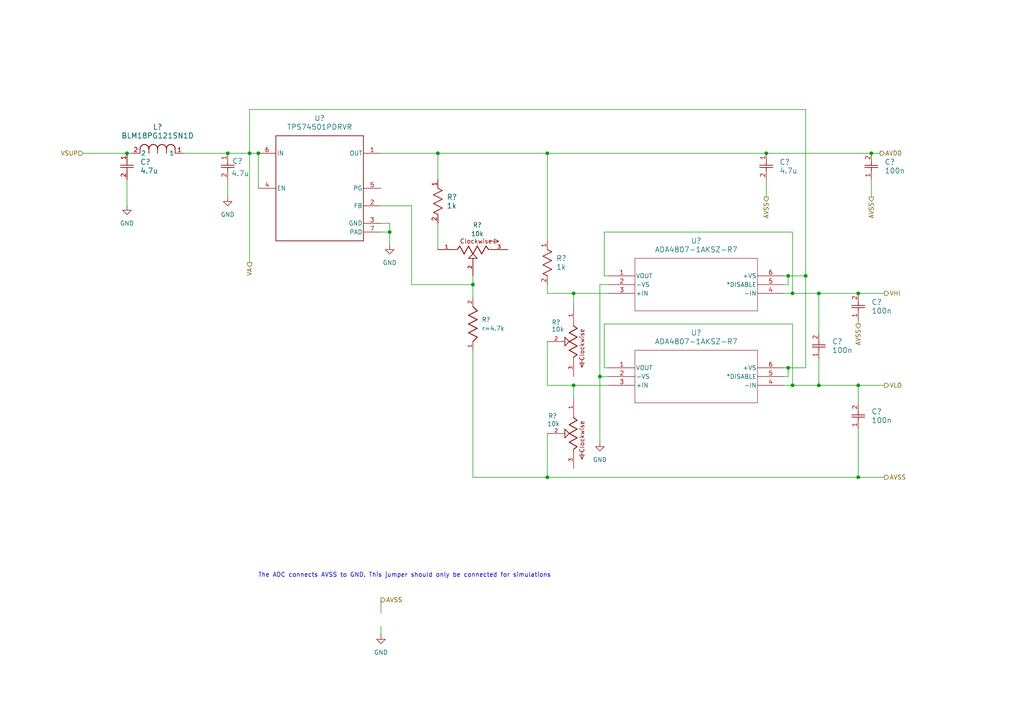
<source format=kicad_sch>
(kicad_sch (version 20231120) (generator "eeschema") (generator_version "8.0")
  (paper "A4")
  (lib_symbols
    (symbol "Cap100nF:CL05B104KP5NNNC" (pin_names (offset 0.254))
      (property "Reference" "C" (at 3.81 3.81 0))
      (property "Value" "CL05B104KP5NNNC" (at 3.81 -3.81 0))
      (symbol "CL05B104KP5NNNC_1_1"
        (polyline (pts (xy 2.54 0) (xy 3.4798 0)) (stroke (width 0.2032)))
        (polyline (pts (xy 3.4798 -1.905) (xy 3.4798 1.905)) (stroke (width 0.2032)))
        (polyline (pts (xy 4.1148 -1.905) (xy 4.1148 1.905)) (stroke (width 0.2032)))
        (polyline (pts (xy 4.1148 0) (xy 5.08 0)) (stroke (width 0.2032)))
        (pin unspecified line (at 0 0 0) (length 2.54) (name "") (number "1"))
        (pin unspecified line (at 7.62 0 180) (length 2.54) (name "") (number "2"))
      )
      (symbol "CL05B104KP5NNNC_1_2"
        (polyline (pts (xy -1.905 -4.1148) (xy 1.905 -4.1148)) (stroke (width 0.2032)))
        (polyline (pts (xy -1.905 -3.4798) (xy 1.905 -3.4798)) (stroke (width 0.2032)))
        (polyline (pts (xy 0 -4.1148) (xy 0 -5.08)) (stroke (width 0.2032)))
        (polyline (pts (xy 0 -2.54) (xy 0 -3.4798)) (stroke (width 0.2032)))
        (pin unspecified line (at 0 0 270) (length 2.54) (name "") (number "1"))
        (pin unspecified line (at 0 -7.62 90) (length 2.54) (name "") (number "2"))
      )
    )
    (symbol "Cap4.7uF:CL10A475KP8NNNC" (pin_names (offset 0.254))
      (property "Reference" "C" (at 3.81 3.81 0))
      (property "Value" "CL10A475KP8NNNC" (at 3.81 -3.81 0))
      (symbol "CL10A475KP8NNNC_1_1"
        (polyline (pts (xy 2.54 0) (xy 3.4798 0)) (stroke (width 0.2032)))
        (polyline (pts (xy 3.4798 -1.905) (xy 3.4798 1.905)) (stroke (width 0.2032)))
        (polyline (pts (xy 4.1148 -1.905) (xy 4.1148 1.905)) (stroke (width 0.2032)))
        (polyline (pts (xy 4.1148 0) (xy 5.08 0)) (stroke (width 0.2032)))
        (pin unspecified line (at 0 0 0) (length 2.54) (name "") (number "1"))
        (pin unspecified line (at 7.62 0 180) (length 2.54) (name "") (number "2"))
      )
      (symbol "CL10A475KP8NNNC_1_2"
        (polyline (pts (xy -1.905 -4.1148) (xy 1.905 -4.1148)) (stroke (width 0.2032)))
        (polyline (pts (xy -1.905 -3.4798) (xy 1.905 -3.4798)) (stroke (width 0.2032)))
        (polyline (pts (xy 0 -4.1148) (xy 0 -5.08)) (stroke (width 0.2032)))
        (polyline (pts (xy 0 -2.54) (xy 0 -3.4798)) (stroke (width 0.2032)))
        (pin unspecified line (at 0 0 270) (length 2.54) (name "") (number "1"))
        (pin unspecified line (at 0 -7.62 90) (length 2.54) (name "") (number "2"))
      )
    )
    (symbol "LDO:TPS74501PDRVR" (pin_names (offset 0.254))
      (property "Reference" "U1" (at 0 20.32 0))
      (property "Value" "TPS74501PDRVR" (at 0 17.78 0))
      (symbol "TPS74501PDRVR_0_1"
        (polyline (pts (xy -12.7 -15.24) (xy 12.7 -15.24)) (stroke (width 0.2032)))
        (polyline (pts (xy -12.7 15.24) (xy -12.7 -15.24)) (stroke (width 0.2032)))
        (polyline (pts (xy 12.7 -15.24) (xy 12.7 15.24)) (stroke (width 0.2032)))
        (polyline (pts (xy 12.7 15.24) (xy -12.7 15.24)) (stroke (width 0.2032)))
        (pin power_in line (at 17.78 10.16 180) (length 5.08) (name "OUT") (number "1"))
        (pin input line (at 17.78 -5.08 180) (length 5.08) (name "FB") (number "2"))
        (pin power_in line (at 17.78 -10.16 180) (length 5.08) (name "GND") (number "3"))
        (pin input line (at -17.78 0 0) (length 5.08) (name "EN") (number "4"))
        (pin open_collector line (at 17.78 0 180) (length 5.08) (name "PG") (number "5"))
        (pin power_in line (at -17.78 10.16 0) (length 5.08) (name "IN") (number "6"))
        (pin power_in line (at 17.78 -12.7 180) (length 5.08) (name "PAD") (number "7"))
      )
    )
    (symbol "Opamp:ADA4807-1AKSZ-R7" (pin_names (offset 0.254))
      (property "Reference" "U" (at 25.4 10.16 0))
      (property "Value" "ADA4807-1AKSZ-R7" (at 25.4 7.62 0))
      (symbol "ADA4807-1AKSZ-R7_0_1"
        (polyline (pts (xy 7.62 -10.16) (xy 43.18 -10.16)) (stroke (width 0.127)))
        (polyline (pts (xy 7.62 5.08) (xy 7.62 -10.16)) (stroke (width 0.127)))
        (polyline (pts (xy 43.18 -10.16) (xy 43.18 5.08)) (stroke (width 0.127)))
        (polyline (pts (xy 43.18 5.08) (xy 7.62 5.08)) (stroke (width 0.127)))
        (pin power_in line (at 0 0 0) (length 7.62) (name "VOUT") (number "1"))
        (pin power_in line (at 0 -2.54 0) (length 7.62) (name "-VS") (number "2"))
        (pin input line (at 0 -5.08 0) (length 7.62) (name "+IN") (number "3"))
        (pin input line (at 50.8 -5.08 180) (length 7.62) (name "-IN") (number "4"))
        (pin unspecified line (at 50.8 -2.54 180) (length 7.62) (name "*DISABLE") (number "5"))
        (pin power_in line (at 50.8 0 180) (length 7.62) (name "+VS") (number "6"))
      )
    )
    (symbol "Resistor1k:RC0402JR-071KL" (pin_names (offset 0.254))
      (property "Reference" "R" (at 5.715 3.81 0))
      (property "Value" "RC0402JR-071KL" (at 6.35 -3.81 0))
      (symbol "RC0402JR-071KL_1_1"
        (polyline (pts (xy 2.54 0) (xy 3.175 1.27)) (stroke (width 0.2032)))
        (polyline (pts (xy 3.175 1.27) (xy 4.445 -1.27)) (stroke (width 0.2032)))
        (polyline (pts (xy 4.445 -1.27) (xy 5.715 1.27)) (stroke (width 0.2032)))
        (polyline (pts (xy 5.715 1.27) (xy 6.985 -1.27)) (stroke (width 0.2032)))
        (polyline (pts (xy 6.985 -1.27) (xy 8.255 1.27)) (stroke (width 0.2032)))
        (polyline (pts (xy 8.255 1.27) (xy 9.525 -1.27)) (stroke (width 0.2032)))
        (polyline (pts (xy 9.525 -1.27) (xy 10.16 0)) (stroke (width 0.2032)))
        (pin unspecified line (at 12.7 0 180) (length 2.54) (name "") (number "1"))
        (pin unspecified line (at 0 0 0) (length 2.54) (name "") (number "2"))
      )
      (symbol "RC0402JR-071KL_1_2"
        (polyline (pts (xy -1.27 3.175) (xy 1.27 4.445)) (stroke (width 0.2032)))
        (polyline (pts (xy -1.27 5.715) (xy 1.27 6.985)) (stroke (width 0.2032)))
        (polyline (pts (xy -1.27 8.255) (xy 1.27 9.525)) (stroke (width 0.2032)))
        (polyline (pts (xy 0 2.54) (xy -1.27 3.175)) (stroke (width 0.2032)))
        (polyline (pts (xy 1.27 4.445) (xy -1.27 5.715)) (stroke (width 0.2032)))
        (polyline (pts (xy 1.27 6.985) (xy -1.27 8.255)) (stroke (width 0.2032)))
        (polyline (pts (xy 1.27 9.525) (xy 0 10.16)) (stroke (width 0.2032)))
        (pin unspecified line (at 0 12.7 270) (length 2.54) (name "") (number "1"))
        (pin unspecified line (at 0 0 90) (length 2.54) (name "") (number "2"))
      )
    )
    (symbol "ferriteBeads120Ohm:BLM18PG121SN1D" (pin_names (offset 0.254))
      (property "Reference" "L" (at 6.985 5.08 0))
      (property "Value" "BLM18PG121SN1D" (at 6.985 -2.54 0))
      (symbol "BLM18PG121SN1D_1_1"
        (polyline (pts (xy 2.54 0) (xy 2.54 1.27)) (stroke (width 0.2032)))
        (polyline (pts (xy 5.08 0) (xy 5.08 1.27)) (stroke (width 0.2032)))
        (polyline (pts (xy 7.62 0) (xy 7.62 1.27)) (stroke (width 0.2032)))
        (polyline (pts (xy 10.16 0) (xy 10.16 1.27)) (stroke (width 0.2032)))
        (polyline (pts (xy 12.7 0) (xy 12.7 1.27)) (stroke (width 0.2032)))
        (arc (start 5.08 1.27) (mid 3.81 2.5344) (end 2.54 1.27) (stroke (width 0.254)))
        (arc (start 7.62 1.27) (mid 6.35 2.5344) (end 5.08 1.27) (stroke (width 0.254)))
        (arc (start 10.16 1.27) (mid 8.89 2.5344) (end 7.62 1.27) (stroke (width 0.254)))
        (arc (start 12.7 1.27) (mid 11.43 2.5344) (end 10.16 1.27) (stroke (width 0.254)))
        (pin unspecified line (at 15.24 0 180) (length 2.54) (name "1") (number "1"))
        (pin unspecified line (at 0 0 0) (length 2.54) (name "2") (number "2"))
      )
      (symbol "BLM18PG121SN1D_1_2"
        (arc (start -1.27 5.08) (mid -2.5344 3.81) (end -1.27 2.54) (stroke (width 0.254)))
        (arc (start -1.27 7.62) (mid -2.5344 6.35) (end -1.27 5.08) (stroke (width 0.254)))
        (arc (start -1.27 10.16) (mid -2.5344 8.89) (end -1.27 7.62) (stroke (width 0.254)))
        (arc (start -1.27 12.7) (mid -2.5344 11.43) (end -1.27 10.16) (stroke (width 0.254)))
        (polyline (pts (xy 0 2.54) (xy -1.27 2.54)) (stroke (width 0.2032)))
        (polyline (pts (xy 0 5.08) (xy -1.27 5.08)) (stroke (width 0.2032)))
        (polyline (pts (xy 0 7.62) (xy -1.27 7.62)) (stroke (width 0.2032)))
        (polyline (pts (xy 0 10.16) (xy -1.27 10.16)) (stroke (width 0.2032)))
        (polyline (pts (xy 0 12.7) (xy -1.27 12.7)) (stroke (width 0.2032)))
        (pin unspecified line (at 0 15.24 270) (length 2.54) (name "1") (number "1"))
        (pin unspecified line (at 0 0 90) (length 2.54) (name "2") (number "2"))
      )
    )
    (symbol "pot_10turn:PV37W103C01B00" (pin_names (offset 1.016))
      (property "Reference" "R" (at -10.6887 7.6348 0))
      (property "Value" "PV37W103C01B00" (at -10.6887 -5.5953 0))
      (symbol "PV37W103C01B00_0_0"
        (polyline (pts (xy -4.572 0) (xy -5.08 0)) (stroke (width 0.1524)))
        (polyline (pts (xy -3.81 -1.016) (xy -4.572 0)) (stroke (width 0.254)))
        (polyline (pts (xy -2.54 1.27) (xy -3.81 -1.016)) (stroke (width 0.254)))
        (polyline (pts (xy -1.27 -1.016) (xy -2.54 1.27)) (stroke (width 0.254)))
        (polyline (pts (xy -1.27 2.54) (xy 1.27 2.54)) (stroke (width 0.2032)))
        (polyline (pts (xy 0 1.27) (xy -1.27 -1.016)) (stroke (width 0.254)))
        (polyline (pts (xy 0 1.27) (xy -1.27 2.54)) (stroke (width 0.2032)))
        (polyline (pts (xy 1.27 -1.016) (xy 0 1.27)) (stroke (width 0.254)))
        (polyline (pts (xy 1.27 2.54) (xy 0 1.27)) (stroke (width 0.2032)))
        (polyline (pts (xy 2.54 1.27) (xy 1.27 -1.016)) (stroke (width 0.254)))
        (polyline (pts (xy 3.81 -1.016) (xy 2.54 1.27)) (stroke (width 0.254)))
        (polyline (pts (xy 4.572 0) (xy 3.81 -1.016)) (stroke (width 0.254)))
        (polyline (pts (xy 4.953 -2.413) (xy 7.493 -2.413)) (stroke (width 0.1524)))
        (polyline (pts (xy 5.08 0) (xy 4.572 0)) (stroke (width 0.1524)))
        (polyline (pts (xy 6.223 -3.048) (xy 6.223 -1.778)) (stroke (width 0.1524)))
        (polyline (pts (xy 6.223 -1.778) (xy 7.493 -2.413)) (stroke (width 0.1524)))
        (polyline (pts (xy 7.493 -2.413) (xy 6.223 -3.048)) (stroke (width 0.1524)))
        (text "Clockwise" (at -3.81 -3.175 0) (effects (font (size 1.27 1.27)) (justify left bottom)))
        (pin passive line (at -10.16 0 0) (length 5.08) (name "~") (number "1"))
        (pin passive line (at 0 7.62 270) (length 5.08) (name "~") (number "2"))
        (pin passive line (at 10.16 0 180) (length 5.08) (name "~") (number "3"))
      )
    )
    (symbol "power:GND" (power) (pin_numbers hide) (pin_names (offset 0) hide)
      (property "Value" "GND" (at 0 -3.81 0))
      (symbol "GND_0_1"
        (polyline (pts (xy 0 0) (xy 0 -1.27) (xy 1.27 -1.27) (xy 0 -2.54) (xy -1.27 -1.27) (xy 0 -1.27)))
      )
      (symbol "GND_1_1"
        (pin power_in line (at 0 0 270) (length 0) (name "~") (number "1"))
      )
    )
    (symbol "resistor4.7k:RC0402FR-074K7L" (pin_names (offset 1.016))
      (property "Reference" "R" (at -4.447 2.0075 0))
      (property "Value" "RC0402FR-074K7L" (at -4.4467 -3.5574 0))
      (symbol "RC0402FR-074K7L_0_0"
        (polyline (pts (xy -5.08 0) (xy -3.81 -1.27)) (stroke (width 0.254)))
        (polyline (pts (xy -3.81 -1.27) (xy -2.54 1.27)) (stroke (width 0.254)))
        (polyline (pts (xy -2.54 1.27) (xy -1.27 -1.27)) (stroke (width 0.254)))
        (polyline (pts (xy -1.27 -1.27) (xy 0 1.27)) (stroke (width 0.254)))
        (polyline (pts (xy 0 1.27) (xy 1.27 -1.27)) (stroke (width 0.254)))
        (polyline (pts (xy 1.27 -1.27) (xy 2.54 1.27)) (stroke (width 0.254)))
        (polyline (pts (xy 2.54 1.27) (xy 3.81 -1.27)) (stroke (width 0.254)))
        (polyline (pts (xy 3.81 -1.27) (xy 5.08 0)) (stroke (width 0.254)))
        (pin passive line (at -7.62 0 0) (length 2.54) (name "~") (number "1"))
        (pin passive line (at 7.62 0 180) (length 2.54) (name "~") (number "2"))
      )
    )
  )
  (junction (at 113.03 67.31))
  (junction (at 237.49 111.76))
  (junction (at 158.75 44.45))
  (junction (at 228.6 106.68))
  (junction (at 166.37 111.76))
  (junction (at 229.87 111.76))
  (junction (at 248.92 85.09))
  (junction (at 74.93 44.45))
  (junction (at 72.39 44.45))
  (junction (at 252.73 44.45))
  (junction (at 173.99 109.22))
  (junction (at 237.49 85.09))
  (junction (at 228.6 80.01))
  (junction (at 36.83 44.45))
  (junction (at 66.04 44.45))
  (junction (at 222.25 44.45))
  (junction (at 166.37 85.09))
  (junction (at 158.75 138.43))
  (junction (at 248.92 138.43))
  (junction (at 248.92 111.76))
  (junction (at 229.87 85.09))
  (junction (at 137.16 82.55))
  (junction (at 127 44.45))
  (junction (at 233.68 80.01))
  (wire (pts (xy 36.83 44.45) (xy 38.1 44.45)))
  (wire (pts (xy 175.26 106.68) (xy 176.53 106.68)))
  (wire (pts (xy 252.73 52.07) (xy 252.73 57.15)))
  (wire (pts (xy 158.75 82.55) (xy 158.75 85.09)))
  (wire (pts (xy 222.25 52.07) (xy 222.25 57.15)))
  (wire (pts (xy 137.16 138.43) (xy 158.75 138.43)))
  (wire (pts (xy 119.38 82.55) (xy 137.16 82.55)))
  (wire (pts (xy 227.33 111.76) (xy 229.87 111.76)))
  (wire (pts (xy 137.16 82.55) (xy 137.16 86.36)))
  (wire (pts (xy 110.49 64.77) (xy 113.03 64.77)))
  (wire (pts (xy 173.99 109.22) (xy 173.99 128.27)))
  (wire (pts (xy 110.49 173.99) (xy 110.49 177.8)))
  (wire (pts (xy 227.33 106.68) (xy 228.6 106.68)))
  (wire (pts (xy 228.6 106.68) (xy 233.68 106.68)))
  (wire (pts (xy 175.26 80.01) (xy 176.53 80.01)))
  (wire (pts (xy 166.37 85.09) (xy 166.37 88.9)))
  (wire (pts (xy 248.92 92.71) (xy 248.92 93.98)))
  (wire (pts (xy 228.6 80.01) (xy 228.6 82.55)))
  (wire (pts (xy 229.87 111.76) (xy 237.49 111.76)))
  (wire (pts (xy 72.39 31.75) (xy 233.68 31.75)))
  (wire (pts (xy 227.33 80.01) (xy 228.6 80.01)))
  (wire (pts (xy 110.49 181.61) (xy 110.49 184.15)))
  (wire (pts (xy 113.03 64.77) (xy 113.03 67.31)))
  (wire (pts (xy 158.75 99.06) (xy 158.75 111.76)))
  (wire (pts (xy 72.39 44.45) (xy 72.39 76.2)))
  (wire (pts (xy 127 64.77) (xy 127 72.39)))
  (wire (pts (xy 158.75 85.09) (xy 166.37 85.09)))
  (wire (pts (xy 237.49 111.76) (xy 248.92 111.76)))
  (wire (pts (xy 119.38 82.55) (xy 119.38 59.69)))
  (wire (pts (xy 36.83 52.07) (xy 36.83 59.69)))
  (wire (pts (xy 175.26 93.98) (xy 175.26 106.68)))
  (wire (pts (xy 228.6 106.68) (xy 228.6 109.22)))
  (wire (pts (xy 166.37 111.76) (xy 166.37 115.57)))
  (wire (pts (xy 248.92 116.84) (xy 248.92 111.76)))
  (wire (pts (xy 74.93 44.45) (xy 74.93 54.61)))
  (wire (pts (xy 127 44.45) (xy 158.75 44.45)))
  (wire (pts (xy 66.04 57.15) (xy 66.04 52.07)))
  (wire (pts (xy 158.75 125.73) (xy 158.75 138.43)))
  (wire (pts (xy 158.75 44.45) (xy 222.25 44.45)))
  (wire (pts (xy 173.99 82.55) (xy 176.53 82.55)))
  (wire (pts (xy 175.26 67.31) (xy 175.26 80.01)))
  (wire (pts (xy 166.37 85.09) (xy 176.53 85.09)))
  (wire (pts (xy 228.6 80.01) (xy 233.68 80.01)))
  (wire (pts (xy 66.04 44.45) (xy 72.39 44.45)))
  (wire (pts (xy 173.99 82.55) (xy 173.99 109.22)))
  (wire (pts (xy 229.87 93.98) (xy 175.26 93.98)))
  (wire (pts (xy 229.87 111.76) (xy 229.87 93.98)))
  (wire (pts (xy 110.49 67.31) (xy 113.03 67.31)))
  (wire (pts (xy 248.92 85.09) (xy 256.54 85.09)))
  (wire (pts (xy 227.33 82.55) (xy 228.6 82.55)))
  (wire (pts (xy 252.73 44.45) (xy 255.27 44.45)))
  (wire (pts (xy 233.68 31.75) (xy 233.68 80.01)))
  (wire (pts (xy 137.16 101.6) (xy 137.16 138.43)))
  (wire (pts (xy 137.16 80.01) (xy 137.16 82.55)))
  (wire (pts (xy 229.87 85.09) (xy 237.49 85.09)))
  (wire (pts (xy 72.39 44.45) (xy 72.39 31.75)))
  (wire (pts (xy 113.03 67.31) (xy 113.03 71.12)))
  (wire (pts (xy 237.49 85.09) (xy 237.49 96.52)))
  (wire (pts (xy 222.25 44.45) (xy 252.73 44.45)))
  (wire (pts (xy 248.92 111.76) (xy 256.54 111.76)))
  (wire (pts (xy 248.92 138.43) (xy 256.54 138.43)))
  (wire (pts (xy 119.38 59.69) (xy 110.49 59.69)))
  (wire (pts (xy 127 44.45) (xy 127 52.07)))
  (wire (pts (xy 229.87 85.09) (xy 229.87 67.31)))
  (wire (pts (xy 166.37 111.76) (xy 176.53 111.76)))
  (wire (pts (xy 237.49 85.09) (xy 248.92 85.09)))
  (wire (pts (xy 233.68 80.01) (xy 233.68 106.68)))
  (wire (pts (xy 158.75 111.76) (xy 166.37 111.76)))
  (wire (pts (xy 237.49 104.14) (xy 237.49 111.76)))
  (wire (pts (xy 110.49 44.45) (xy 127 44.45)))
  (wire (pts (xy 248.92 124.46) (xy 248.92 138.43)))
  (wire (pts (xy 227.33 85.09) (xy 229.87 85.09)))
  (wire (pts (xy 229.87 67.31) (xy 175.26 67.31)))
  (wire (pts (xy 227.33 109.22) (xy 228.6 109.22)))
  (wire (pts (xy 173.99 109.22) (xy 176.53 109.22)))
  (wire (pts (xy 158.75 44.45) (xy 158.75 69.85)))
  (wire (pts (xy 53.34 44.45) (xy 66.04 44.45)))
  (wire (pts (xy 24.13 44.45) (xy 36.83 44.45)))
  (wire (pts (xy 158.75 138.43) (xy 248.92 138.43)))
  (wire (pts (xy 72.39 44.45) (xy 74.93 44.45)))
  (text "The ADC connects AVSS to GND. This jumper should only be connected for simulations" (at 117.348 166.878 0) (effects (font (size 1.27 1.27))))
  (hierarchical_label "VSUP" (shape input) (at 24.13 44.45 180))
  (hierarchical_label "VA" (shape output) (at 72.39 76.2 270))
  (hierarchical_label "AVSS" (shape output) (at 252.73 57.15 270))
  (hierarchical_label "AVSS" (shape output) (at 256.54 138.43 0))
  (hierarchical_label "AVSS" (shape output) (at 110.49 173.99 0))
  (hierarchical_label "AVDD" (shape output) (at 255.27 44.45 0))
  (hierarchical_label "AVSS" (shape output) (at 222.25 57.15 270))
  (hierarchical_label "VHI" (shape output) (at 256.54 85.09 0))
  (hierarchical_label "AVSS" (shape output) (at 248.92 93.98 270))
  (hierarchical_label "VLO" (shape output) (at 256.54 111.76 0))
  (symbol (lib_id "Resistor1k:RC0402JR-071KL") (at 158.75 82.55 90) (unit 1)
    (property "Reference" "R?" (at 161.29 74.9299 90) (effects (font (size 1.524 1.524)) (justify right)))
    (property "Value" "1k" (at 161.29 77.4699 90) (effects (font (size 1.524 1.524)) (justify right)))
    (property "Footprint" "Resistor_SMD:R_0402_1005Metric" (effects (hide yes)))
    (property "Datasheet" "RC0402JR-071KL" (effects (hide yes)))
    (property "Sim.Device" "R" (effects (hide yes)))
    (property "Sim.Pins" "1=+ 2=-" (effects (hide yes)))
    (property "Sim.Params" "r=1k" (effects (hide yes)))
    (property "Sim.Type" "=" (effects (hide yes)))
  )
  (symbol (lib_id "Resistor1k:RC0402JR-071KL") (at 127 64.77 90) (unit 1)
    (property "Reference" "R?" (at 129.54 57.1499 90) (effects (font (size 1.524 1.524)) (justify right)))
    (property "Value" "1k" (at 129.54 59.6899 90) (effects (font (size 1.524 1.524)) (justify right)))
    (property "Footprint" "Resistor_SMD:R_0402_1005Metric" (effects (hide yes)))
    (property "Datasheet" "RC0402JR-071KL" (effects (hide yes)))
    (property "Sim.Device" "R" (effects (hide yes)))
    (property "Sim.Pins" "1=+ 2=-" (effects (hide yes)))
    (property "Sim.Params" "r=1k" (effects (hide yes)))
    (property "Sim.Type" "=" (effects (hide yes)))
  )
  (symbol (lib_id "resistor4.7k:RC0402FR-074K7L") (at 137.16 93.98 90) (unit 1)
    (property "Reference" "R?" (at 139.7 92.7099 90) (effects (justify right)))
    (property "Value" "${SIM.PARAMS}" (at 139.7 95.2499 90) (effects (justify right)))
    (property "Footprint" "Resistor_SMD:R_0402_1005Metric" (effects (hide yes)))
    (property "DigiKey_Part_Number" "311-4.7KLRTR-ND" (effects (hide yes)))
    (property "SnapEDA_Link" "https://www.snapeda.com/parts/RC0402FR-074K7L/Yageo/view-part/?ref=snap" (effects (hide yes)))
    (property "Description_1" "\n4.7 kOhms ±1% 0.063W, 1/16W Chip Resistor 0402 (1005 Metric) Moisture Resistant Thick Film\n" (effects (hide yes)))
    (property "Package" "1005 Panasonic Electronic Components" (effects (hide yes)))
    (property "Check_prices" "https://www.snapeda.com/parts/RC0402FR-074K7L/Yageo/view-part/?ref=eda" (effects (hide yes)))
    (property "MF" "Yageo" (effects (hide yes)))
    (property "MP" "RC0402FR-074K7L" (effects (hide yes)))
    (property "MANUFACTURER" "YAGEO" (effects (hide yes)))
    (property "Sim.Device" "R" (effects (hide yes)))
    (property "Sim.Type" "=" (effects (hide yes)))
    (property "Sim.Params" "r=4.7k" (effects (hide yes)))
    (property "Sim.Pins" "1=+ 2=-" (effects (hide yes)))
  )
  (symbol (lib_id "pot_10turn:PV37W103C01B00") (at 137.16 72.39 0) (mirror x) (unit 1)
    (property "Reference" "R?" (at 138.43 65.278 0))
    (property "Value" "10k" (at 138.43 67.818 0))
    (property "Footprint" "ECE628_lib:potentiometer_10turn" (effects (hide yes)))
    (property "PARTREV" "08/19" (effects (hide yes)))
    (property "STANDARD" "Manufacturer recommendations" (effects (hide yes)))
    (property "MAXIMUM_PACKAGE_HEIGHT" "7.75 mm" (effects (hide yes)))
    (property "MANUFACTURER" "Bourns" (effects (hide yes)))
    (property "Sim.Device" "R" (effects (hide yes)))
    (property "Sim.Type" "POT" (effects (hide yes)))
    (property "Sim.Pins" "1=r0 2=wiper 3=r1" (effects (hide yes)))
    (property "Sim.Params" "r=10k" (effects (hide yes)))
  )
  (symbol (lib_id "Cap100nF:CL05B104KP5NNNC") (at 248.92 92.71 90) (unit 1)
    (property "Reference" "C?" (at 252.73 87.6299 90) (effects (font (size 1.524 1.524)) (justify right)))
    (property "Value" "100n" (at 252.73 90.1699 90) (effects (font (size 1.524 1.524)) (justify right)))
    (property "Footprint" "Capacitor_SMD:C_0402_1005Metric" (effects (hide yes)))
    (property "Datasheet" "CL05B104KP5NNNC" (effects (hide yes)))
    (property "Sim.Device" "C" (effects (hide yes)))
    (property "Sim.Pins" "1=+ 2=-" (effects (hide yes)))
    (property "Sim.Params" "c=100n" (effects (hide yes)))
    (property "Sim.Type" "=" (effects (hide yes)))
  )
  (symbol (lib_id "Opamp:ADA4807-1AKSZ-R7") (at 176.53 106.68 0) (unit 1)
    (property "Reference" "U?" (at 201.93 96.52 0) (effects (font (size 1.524 1.524))))
    (property "Value" "ADA4807-1AKSZ-R7" (at 201.93 99.06 0) (effects (font (size 1.524 1.524))))
    (property "Footprint" "opampADA4807Footprints:KS-6_ADI" (effects (hide yes)))
    (property "Datasheet" "ADA4807-1AKSZ-R7" (effects (hide yes)))
    (property "Sim.Library" "/home/maxwell/github-repos/sp-24-EE628/6_Test/2_PCB/test_board_1/TestBoardEDA/models/ADA4807.cir" (effects (hide yes)))
    (property "Sim.Name" "ADA4807" (effects (hide yes)))
    (property "Sim.Device" "SUBCKT" (effects (hide yes)))
    (property "Sim.Pins" "1=104 2=103 3=100 4=101 5=106 6=102" (effects (hide yes)))
  )
  (symbol (lib_id "Cap100nF:CL05B104KP5NNNC") (at 252.73 52.07 90) (unit 1)
    (property "Reference" "C?" (at 256.54 46.9899 90) (effects (font (size 1.524 1.524)) (justify right)))
    (property "Value" "100n" (at 256.54 49.5299 90) (effects (font (size 1.524 1.524)) (justify right)))
    (property "Footprint" "Capacitor_SMD:C_0402_1005Metric" (effects (hide yes)))
    (property "Datasheet" "CL05B104KP5NNNC" (effects (hide yes)))
    (property "Sim.Device" "C" (effects (hide yes)))
    (property "Sim.Pins" "1=+ 2=-" (effects (hide yes)))
    (property "Sim.Params" "c=100n" (effects (hide yes)))
    (property "Sim.Type" "=" (effects (hide yes)))
  )
  (symbol (lib_id "Cap100nF:CL05B104KP5NNNC") (at 237.49 104.14 90) (unit 1)
    (property "Reference" "C?" (at 241.3 99.0599 90) (effects (font (size 1.524 1.524)) (justify right)))
    (property "Value" "100n" (at 241.3 101.5999 90) (effects (font (size 1.524 1.524)) (justify right)))
    (property "Footprint" "Capacitor_SMD:C_0402_1005Metric" (effects (hide yes)))
    (property "Datasheet" "CL05B104KP5NNNC" (effects (hide yes)))
    (property "Sim.Device" "C" (effects (hide yes)))
    (property "Sim.Pins" "1=+ 2=-" (effects (hide yes)))
    (property "Sim.Params" "c=100n" (effects (hide yes)))
    (property "Sim.Type" "=" (effects (hide yes)))
  )
  (symbol (lib_id "power:GND") (at 110.49 184.15 0) (unit 1)
    (property "Reference" "#PWR?" (effects (hide yes)))
    (property "Value" "GND" (at 110.49 189.23 0))
    (property "Description" "Power symbol creates a global label with name \"GND\" , ground" (effects (hide yes)))
  )
  (symbol (lib_id "LDO:TPS74501PDRVR") (at 92.71 54.61 0) (unit 1)
    (property "Reference" "U?" (at 92.71 34.29 0) (effects (font (size 1.524 1.524))))
    (property "Value" "TPS74501PDRVR" (at 92.71 36.83 0) (effects (font (size 1.524 1.524))))
    (property "Footprint" "tps745Footprints:DRV0006A_NV" (effects (hide yes)))
    (property "Datasheet" "TPS74501PDRVR" (effects (hide yes)))
    (property "Sim.Library" "/home/maxwell/github-repos/sp-24-EE628/6_Test/2_PCB/test_board_1/TestBoardEDA/models/TPS74501P_TRANS.lib" (effects (hide yes)))
    (property "Sim.Name" "TPS74501P_TRANS" (effects (hide yes)))
    (property "Sim.Device" "SUBCKT" (effects (hide yes)))
    (property "Sim.Pins" "1=VOUT 2=FB 3=GND 4=EN 5=PG 6=VIN" (effects (hide yes)))
  )
  (symbol (lib_id "Cap100nF:CL05B104KP5NNNC") (at 248.92 124.46 90) (unit 1)
    (property "Reference" "C?" (at 252.73 119.3799 90) (effects (font (size 1.524 1.524)) (justify right)))
    (property "Value" "100n" (at 252.73 121.9199 90) (effects (font (size 1.524 1.524)) (justify right)))
    (property "Footprint" "Capacitor_SMD:C_0402_1005Metric" (effects (hide yes)))
    (property "Datasheet" "CL05B104KP5NNNC" (effects (hide yes)))
    (property "Sim.Device" "C" (effects (hide yes)))
    (property "Sim.Pins" "1=+ 2=-" (effects (hide yes)))
    (property "Sim.Params" "c=100n" (effects (hide yes)))
    (property "Sim.Type" "=" (effects (hide yes)))
  )
  (symbol (lib_id "power:GND") (at 66.04 57.15 0) (unit 1)
    (property "Reference" "#PWR?" (effects (hide yes)))
    (property "Value" "GND" (at 66.04 62.23 0))
    (property "Description" "Power symbol creates a global label with name \"GND\" , ground" (effects (hide yes)))
  )
  (symbol (lib_id "pot_10turn:PV37W103C01B00") (at 166.37 99.06 90) (mirror x) (unit 1)
    (property "Reference" "R?" (at 161.29 93.472 90))
    (property "Value" "10k" (at 161.798 95.504 90))
    (property "Footprint" "ECE628_lib:potentiometer_10turn" (effects (hide yes)))
    (property "PARTREV" "08/19" (effects (hide yes)))
    (property "STANDARD" "Manufacturer recommendations" (effects (hide yes)))
    (property "MAXIMUM_PACKAGE_HEIGHT" "7.75 mm" (effects (hide yes)))
    (property "MANUFACTURER" "Bourns" (effects (hide yes)))
    (property "Sim.Device" "R" (effects (hide yes)))
    (property "Sim.Type" "POT" (effects (hide yes)))
    (property "Sim.Pins" "1=r0 2=wiper 3=r1" (effects (hide yes)))
    (property "Sim.Params" "r=10k pos=0.4" (effects (hide yes)))
  )
  (symbol (lib_id "Cap4.7uF:CL10A475KP8NNNC") (at 66.04 44.45 270) (unit 1)
    (property "Reference" "C?" (at 67.31 46.736 90) (effects (font (size 1.524 1.524)) (justify left)))
    (property "Value" "4.7u" (at 67.056 50.292 90) (effects (font (size 1.524 1.524)) (justify left)))
    (property "Footprint" "Capacitor_SMD:C_0603_1608Metric" (effects (hide yes)))
    (property "Datasheet" "CL10A475KP8NNNC" (effects (hide yes)))
    (property "Sim.Library" "/home/maxwell/github-repos/sp-24-EE628/6_Test/2_PCB/test_board_1/TestBoardEDA/models/CL10A475KP8NNN_Precise_DC0V_25degC_P.lib" (effects (hide yes)))
    (property "Sim.Name" "CL10A475KP8NNN_Precise_DC0V_25degC" (effects (hide yes)))
    (property "Sim.Device" "SUBCKT" (effects (hide yes)))
    (property "Sim.Pins" "1=1 2=2" (effects (hide yes)))
  )
  (symbol (lib_id "ferriteBeads120Ohm:BLM18PG121SN1D") (at 38.1 44.45 0) (unit 1)
    (property "Reference" "L?" (at 45.72 36.83 0) (effects (font (size 1.524 1.524))))
    (property "Value" "BLM18PG121SN1D" (at 45.72 39.37 0) (effects (font (size 1.524 1.524))))
    (property "Footprint" "ferriteBead120OhmFootprints:IND_BLM18_0603_MUR" (effects (hide yes)))
    (property "Datasheet" "BLM18PG121SN1D" (effects (hide yes)))
    (property "Sim.Library" "/home/maxwell/github-repos/sp-24-EE628/6_Test/2_PCB/test_board_1/TestBoardEDA/models/BLM18PG121SN1.mod" (effects (hide yes)))
    (property "Sim.Name" "BLM18PG121SN1" (effects (hide yes)))
    (property "Sim.Device" "SUBCKT" (effects (hide yes)))
    (property "Sim.Pins" "1=port1 2=port2" (effects (hide yes)))
  )
  (symbol (lib_id "pot_10turn:PV37W103C01B00") (at 166.37 125.73 90) (mirror x) (unit 1)
    (property "Reference" "R?" (at 160.274 120.65 90))
    (property "Value" "10k" (at 160.528 122.936 90))
    (property "Footprint" "ECE628_lib:potentiometer_10turn" (effects (hide yes)))
    (property "PARTREV" "08/19" (effects (hide yes)))
    (property "STANDARD" "Manufacturer recommendations" (effects (hide yes)))
    (property "MAXIMUM_PACKAGE_HEIGHT" "7.75 mm" (effects (hide yes)))
    (property "MANUFACTURER" "Bourns" (effects (hide yes)))
    (property "Sim.Device" "R" (effects (hide yes)))
    (property "Sim.Type" "POT" (effects (hide yes)))
    (property "Sim.Pins" "1=r0 2=wiper 3=r1" (effects (hide yes)))
    (property "Sim.Params" "r=10k pos=0.2" (effects (hide yes)))
  )
  (symbol (lib_id "power:GND") (at 173.99 128.27 0) (unit 1)
    (property "Reference" "#PWR?" (effects (hide yes)))
    (property "Value" "GND" (at 173.99 133.35 0))
    (property "Description" "Power symbol creates a global label with name \"GND\" , ground" (effects (hide yes)))
  )
  (symbol (lib_id "Opamp:ADA4807-1AKSZ-R7") (at 176.53 80.01 0) (unit 1)
    (property "Reference" "U?" (at 201.93 69.85 0) (effects (font (size 1.524 1.524))))
    (property "Value" "ADA4807-1AKSZ-R7" (at 201.93 72.39 0) (effects (font (size 1.524 1.524))))
    (property "Footprint" "opampADA4807Footprints:KS-6_ADI" (effects (hide yes)))
    (property "Datasheet" "ADA4807-1AKSZ-R7" (effects (hide yes)))
    (property "Sim.Library" "/home/maxwell/github-repos/sp-24-EE628/6_Test/2_PCB/test_board_1/TestBoardEDA/models/ADA4807.cir" (effects (hide yes)))
    (property "Sim.Name" "ADA4807" (effects (hide yes)))
    (property "Sim.Device" "SUBCKT" (effects (hide yes)))
    (property "Sim.Pins" "1=104 2=103 3=100 4=101 5=106 6=102" (effects (hide yes)))
  )
  (symbol (lib_id "power:GND") (at 113.03 71.12 0) (unit 1)
    (property "Reference" "#PWR?" (effects (hide yes)))
    (property "Value" "GND" (at 113.03 76.2 0))
    (property "Description" "Power symbol creates a global label with name \"GND\" , ground" (effects (hide yes)))
  )
  (symbol (lib_id "power:GND") (at 36.83 59.69 0) (unit 1)
    (property "Reference" "#PWR?" (effects (hide yes)))
    (property "Value" "GND" (at 36.83 64.77 0))
    (property "Description" "Power symbol creates a global label with name \"GND\" , ground" (effects (hide yes)))
  )
  (symbol (lib_id "Cap4.7uF:CL10A475KP8NNNC") (at 222.25 44.45 270) (unit 1)
    (property "Reference" "C?" (at 226.06 46.9899 90) (effects (font (size 1.524 1.524)) (justify left)))
    (property "Value" "4.7u" (at 226.06 49.5299 90) (effects (font (size 1.524 1.524)) (justify left)))
    (property "Footprint" "Capacitor_SMD:C_0603_1608Metric" (effects (hide yes)))
    (property "Datasheet" "CL10A475KP8NNNC" (effects (hide yes)))
    (property "Sim.Library" "/home/maxwell/github-repos/sp-24-EE628/6_Test/2_PCB/test_board_1/TestBoardEDA/models/CL10A475KP8NNN_Precise_DC0V_25degC_P.lib" (effects (hide yes)))
    (property "Sim.Name" "CL10A475KP8NNN_Precise_DC0V_25degC" (effects (hide yes)))
    (property "Sim.Device" "SUBCKT" (effects (hide yes)))
    (property "Sim.Pins" "1=1 2=2" (effects (hide yes)))
  )
  (symbol (lib_id "Cap4.7uF:CL10A475KP8NNNC") (at 36.83 44.45 270) (unit 1)
    (property "Reference" "C?" (at 40.64 46.9899 90) (effects (font (size 1.524 1.524)) (justify left)))
    (property "Value" "4.7u" (at 40.64 49.5299 90) (effects (font (size 1.524 1.524)) (justify left)))
    (property "Footprint" "Capacitor_SMD:C_0603_1608Metric" (effects (hide yes)))
    (property "Datasheet" "CL10A475KP8NNNC" (effects (hide yes)))
    (property "Sim.Library" "/home/maxwell/github-repos/sp-24-EE628/6_Test/2_PCB/test_board_1/TestBoardEDA/models/CL10A475KP8NNN_Precise_DC0V_25degC_P.lib" (effects (hide yes)))
    (property "Sim.Name" "CL10A475KP8NNN_Precise_DC0V_25degC" (effects (hide yes)))
    (property "Sim.Device" "SUBCKT" (effects (hide yes)))
    (property "Sim.Pins" "1=1 2=2" (effects (hide yes)))
  )
)
</source>
